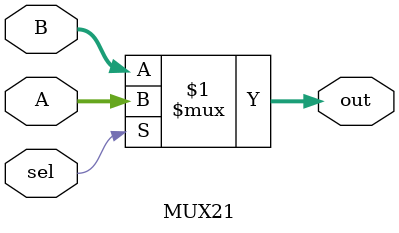
<source format=v>
module MUX21
#(parameter W=32)
(
 input [W-1:0] A,
 input [W-1:0] B,
input sel,
 output [W-1:0] out);

	assign out = sel ? A : B;

endmodule
</source>
